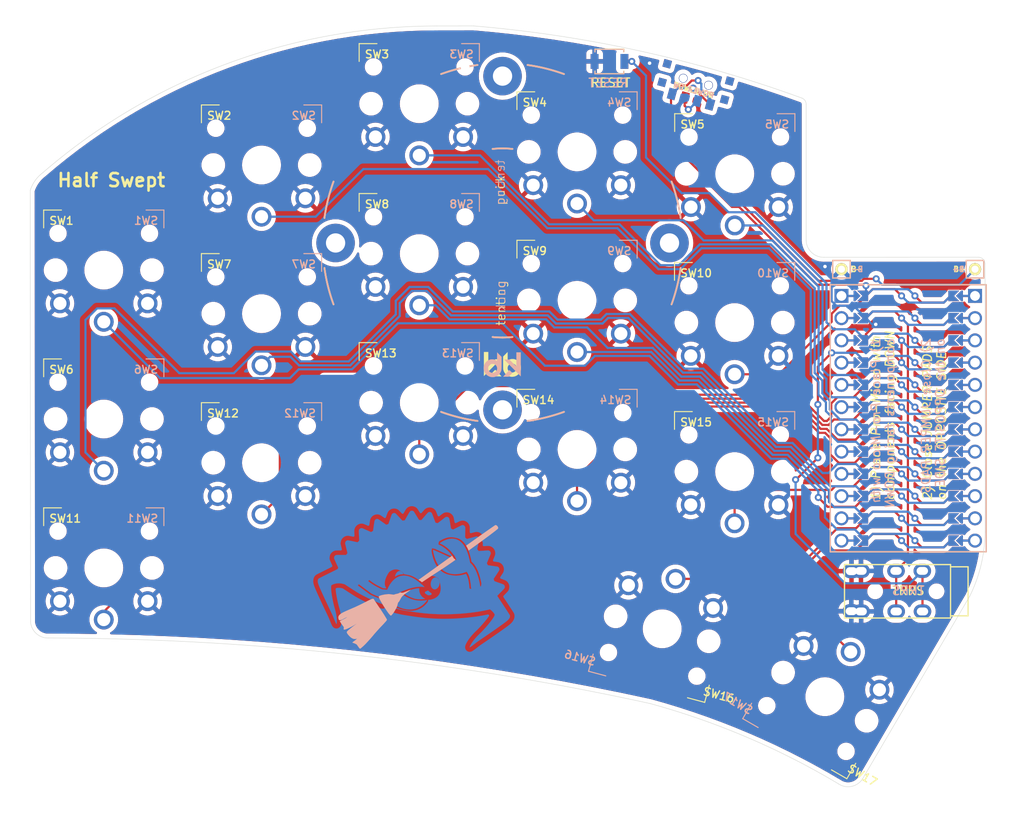
<source format=kicad_pcb>
(kicad_pcb (version 20211014) (generator pcbnew)
  (layers (0 "F.Cu" signal) (31 "B.Cu" signal) (34 "B.Paste" user) (35 "F.Paste" user) (36 "B.SilkS" user "B.Silkscreen") (37 "F.SilkS" user "F.Silkscreen") (38 "B.Mask" user) (39 "F.Mask" user) (44 "Edge.Cuts" user))
  (net 0 "")
  (net 1 "gnd")
  (net 2 "vcc")
  (net 3 "Switch18")
  (net 4 "reset")
  (net 5 "Switch1")
  (net 6 "Switch2")
  (net 7 "Switch3")
  (net 8 "Switch4")
  (net 9 "Switch5")
  (net 10 "Switch6")
  (net 11 "Switch7")
  (net 12 "Switch8")
  (net 13 "Switch9")
  (net 14 "Switch10")
  (net 15 "Switch11")
  (net 16 "Switch12")
  (net 17 "Switch13")
  (net 18 "Switch14")
  (net 19 "Switch15")
  (net 20 "Switch16")
  (net 21 "Switch17")
  (net 22 "raw")
  (net 23 "BT+_r")
  (net 24 "Net-(SW_POWERR1-Pad1)")
  (footprint "kbd:1pin_conn" (layer "F.Cu") (at 126.492 45.974)
    (fp_text reference "B+")
    (fp_text value "MountingHole_Pad" hide)
  )
  (footprint "kbd:1pin_conn" (layer "F.Cu") (at 111.252 45.974)
    (fp_text reference "B-")
    (fp_text value "MountingHole_Pad" hide)
  )
  (footprint "Kailh:TRRS-PJ-DPB2" (layer "F.Cu") (at 123.698 82.75 -90)
    (fp_text reference "J2")
    (fp_text value "AudioJack4dpb" hide)
  )
  (footprint "* duckyb-collection:SW_PG1350_rev_DPB" (layer "F.Cu") (at 27.08 46.08)
    (fp_text reference "SW1" hide)
    (fp_text value "SW_Push" hide)
  )
  (footprint "* duckyb-collection:SW_PG1350_rev_DPB" (layer "F.Cu") (at 45.08 34.08)
    (fp_text reference "SW2" hide)
    (fp_text value "SW_Push" hide)
  )
  (footprint "* duckyb-collection:SW_PG1350_rev_DPB" (layer "F.Cu") (at 63.08 27.08)
    (fp_text reference "SW3" hide)
    (fp_text value "SW_Push" hide)
  )
  (footprint "* duckyb-collection:SW_PG1350_rev_DPB" (layer "F.Cu") (at 81.08 32.58)
    (fp_text reference "SW4" hide)
    (fp_text value "SW_Push" hide)
  )
  (footprint "* duckyb-collection:SW_PG1350_rev_DPB" (layer "F.Cu") (at 99.08 35.08)
    (fp_text reference "SW5" hide)
    (fp_text value "SW_Push" hide)
  )
  (footprint "* duckyb-collection:SW_PG1350_rev_DPB" (layer "F.Cu") (at 27.08 63.08)
    (fp_text reference "SW6" hide)
    (fp_text value "SW_Push" hide)
  )
  (footprint "* duckyb-collection:SW_PG1350_rev_DPB" (layer "F.Cu") (at 45.08 51.054)
    (fp_text reference "SW7" hide)
    (fp_text value "SW_Push" hide)
  )
  (footprint "* duckyb-collection:SW_PG1350_rev_DPB" (layer "F.Cu") (at 63.08 44.196)
    (fp_text reference "SW8" hide)
    (fp_text value "SW_Push" hide)
  )
  (footprint "* duckyb-collection:SW_PG1350_rev_DPB" (layer "F.Cu") (at 81.08 49.53)
    (fp_text reference "SW9" hide)
    (fp_text value "SW_Push" hide)
  )
  (footprint "* duckyb-collection:SW_PG1350_rev_DPB" (layer "F.Cu") (at 99.06 52.07)
    (fp_text reference "SW10" hide)
    (fp_text value "SW_Push" hide)
  )
  (footprint "* duckyb-collection:SW_PG1350_rev_DPB" (layer "F.Cu") (at 27.08 80.08)
    (fp_text reference "SW11" hide)
    (fp_text value "SW_Push" hide)
  )
  (footprint "* duckyb-collection:SW_PG1350_rev_DPB" (layer "F.Cu") (at 45.08 68.072)
    (fp_text reference "SW12" hide)
    (fp_text value "SW_Push" hide)
  )
  (footprint "* duckyb-collection:SW_PG1350_rev_DPB" (layer "F.Cu") (at 63.08 61.214)
    (fp_text reference "SW13" hide)
    (fp_text value "SW_Push" hide)
  )
  (footprint "* duckyb-collection:SW_PG1350_rev_DPB" (layer "F.Cu") (at 81.08 66.548)
    (fp_text reference "SW14" hide)
    (fp_text value "SW_Push" hide)
  )
  (footprint "* duckyb-collection:SW_PG1350_rev_DPB" (layer "F.Cu") (at 99.06 69.088)
    (fp_text reference "SW15" hide)
    (fp_text value "SW_Push" hide)
  )
  (footprint "* duckyb-collection:SW_PG1350_rev_DPB" (layer "F.Cu") (at 109.356 94.78 150)
    (fp_text reference "SW17" hide)
    (fp_text value "SW_Push" hide)
  )
  (footprint "* duckyb-collection:SW_PG1350_rev_DPB" (layer "F.Cu") (at 90.796 87.03 165)
    (fp_text reference "SW16" hide)
    (fp_text value "SW_Push" hide)
  )
  (footprint "* duckyb-collection:ProMicro_jumpers_facedown" (layer "F.Cu") (at 118.872 62.992 -90)
    (fp_text reference "U1" hide)
    (fp_text value "ProMicro-kbd" hide)
  )
  (footprint "kbd:Tenting_Puck2" (layer "F.Cu") (at 72.58 42.98)
    (fp_text reference "REF**")
    (fp_text value "Tenting Puck")
  )
  (footprint "Kailh:SPDT_C128955" (layer "F.Cu") (at 94.6404 24.570573 -15.5)
    (fp_text reference "POWER SW")
    (fp_text value "SW_SPDT")
  )
  (footprint "* duckyb-collection:Tactile-Switch_SMT" (layer "F.Cu") (at 84.7852 22.2504)
    (fp_text reference "RSW2" hide)
    (fp_text value "SW_Push")
  )
  (footprint "Kailh:ferris_broom" (layer "B.Cu") (at 64.008 82.042 170)
    (fp_text reference "G***" hide)
    (fp_text value "LOGO" hide)
  )
  (gr_arc (start 126.885 44.612) (mid 127.41533 44.83167) (end 127.635 45.362) (layer "Edge.Cuts") (width 0.05))
  (gr_line (start 18.690055 36.976702) (end 18.730254 86.245024) (layer "Edge.Cuts") (width 0.05))
  (gr_arc (start 106.78729 26.456889) (mid 107.104079 26.733645) (end 107.222045 27.137419) (layer "Edge.Cuts") (width 0.05))
  (gr_arc (start 89.409134 95.561946) (mid 100.486488 99.421597) (end 110.938 104.748) (layer "Edge.Cuts") (width 0.05))
  (gr_arc (start 18.690055 36.976702) (mid 19.246929 35.858882) (end 20.117 34.963) (layer "Edge.Cuts") (width 0.05))
  (gr_arc (start 109.257002 44.614917) (mid 107.844534 44.065716) (end 107.222001 42.683999) (layer "Edge.Cuts") (width 0.05))
  (gr_arc (start 69.291777 18.200679) (mid 88.315879 21.073764) (end 106.78729 26.456889) (layer "Edge.Cuts") (width 0.05))
  (gr_arc (start 113.67 104.149265) (mid 112.428995 105.01898) (end 110.938 104.748) (layer "Edge.Cuts") (width 0.05))
  (gr_arc (start 20.768 88.081119) (mid 55.288442 89.987554) (end 89.409134 95.561946) (layer "Edge.Cuts") (width 0.05))
  (gr_arc (start 20.768 88.081119) (mid 19.380573 87.572102) (end 18.730254 86.245024) (layer "Edge.Cuts") (width 0.05))
  (gr_line (start 127.635 45.362) (end 127.635 62.484) (layer "Edge.Cuts") (width 0.05))
  (gr_line (start 107.222001 42.683999) (end 107.222045 27.137419) (layer "Edge.Cuts") (width 0.05))
  (gr_line (start 109.257002 44.614917) (end 126.885 44.612) (layer "Edge.Cuts") (width 0.05))
  (gr_arc (start 20.117 34.963) (mid 41.093524 22.531455) (end 65.090389 18.206139) (layer "Edge.Cuts") (width 0.05))
  (gr_line (start 125.888304 83.312) (end 113.67 104.149265) (layer "Edge.Cuts") (width 0.05))
  (gr_arc (start 127.635 75.98785) (mid 127.177913 79.749197) (end 125.888304 83.312) (layer "Edge.Cuts") (width 0.05))
  (gr_line (start 69.291777 18.200679) (end 65.090389 18.206139) (layer "Edge.Cuts") (width 0.05))
  (gr_line (start 127.635 62.484) (end 127.647 69.85) (layer "Edge.Cuts") (width 0.05))
  (gr_line (start 127.647 69.85) (end 127.635 75.98785) (layer "Edge.Cuts") (width 0.05))
  (gr_text "B-" (at 113.03 45.974) (layer "B.SilkS") (effects (font (size 0.6 0.6)) (justify mirror)))
  (gr_text "2) Close JUMPER PADS\non the OPPOSITE SIDE" (at 121.7168 53.7464 90) (layer "B.SilkS") (effects (font (size 1 1) (thickness 0.15) italic) (justify left mirror)))
  (gr_text "1) Place Pro-Micro with\ncomponents facing DOWN" (at 115.9764 53.7464 90) (layer "B.SilkS") (effects (font (size 1 1) (thickness 0.15) italic) (justify left mirror)))
  (gr_text "B+" (at 124.587 45.974) (layer "B.SilkS") (effects (font (size 0.6 0.6)) (justify mirror)))
  (gr_text "1) Place Pro-Micro with\ncomponents facing DOWN" (at 115.9764 72.4408 90) (layer "F.SilkS") (effects (font (size 1 1) (thickness 0.15) italic) (justify left)))
  (gr_text "Half Swept" (at 27.94 35.814) (layer "F.SilkS") (effects (font (size 1.5 1.5) (thickness 0.3))))
  (gr_text "2) Close JUMPER PADS\non the OPPOSITE SIDE" (at 121.8692 72.4408 90) (layer "F.SilkS") (effects (font (size 1 1) (thickness 0.15) italic) (justify left)))
  (gr_text "TRRS" (at 118.872 82.677) (layer "F.SilkS") (effects (font (size 1 1))))
  (segment (start 114.046 53.3908) (end 115.1636 52.2732) (width 0.25) (layer "F.Cu") (net 1))
  (segment (start 118.11 56.642) (end 118.11 54.102) (width 0.25) (layer "F.Cu") (net 1))
  (segment (start 114.046 54.102) (end 114.046 53.3908) (width 0.25) (layer "F.Cu") (net 1))
  (via (at 115.1636 52.2732) (size 0.8) (drill 0.4) (layers "F.Cu" "B.Cu") (net 1))
  (via (at 109.3724 45.6692) (size 0.8) (drill 0.4) (layers "F.Cu" "B.Cu") (net 1))
  (via (at 89.3572 22.4536) (size 0.8) (drill 0.4) (layers "F.Cu" "B.Cu") (net 1))
  (segment (start 112.630511 50.146511) (end 110.661711 50.146511) (width 0.25) (layer "B.Cu") (net 1))
  (segment (start 110.127489 47.098511) (end 111.252 45.974) (width 0.25) (layer "B.Cu") (net 1))
  (segment (start 114.7572 52.2732) (end 114.046 51.562) (width 0.25) (layer "B.Cu") (net 1))
  (segment (start 110.661711 50.146511) (end 110.127489 49.612289) (width 0.25) (layer "B.Cu") (net 1))
  (segment (start 114.046 51.562) (end 112.630511 50.146511) (width 0.25) (layer "B.Cu") (net 1))
  (segment (start 115.1636 52.2732) (end 114.7572 52.2732) (width 0.25) (layer "B.Cu") (net 1))
  (segment (start 110.127489 49.612289) (end 110.127489 47.098511) (width 0.25) (layer "B.Cu") (net 1))
  (segment (start 120.498 85.05) (end 120.498 80.44) (width 0.25) (layer "F.Cu") (net 2))
  (segment (start 108.5596 57.0992) (end 108.5596 61.4172) (width 0.25) (layer "F.Cu") (net 2))
  (segment (start 106.0196 70.0024) (end 106.0704 70.0024) (width 0.25) (layer "F.Cu") (net 2))
  (segment (start 106.0704 70.0024) (end 108.5596 67.5132) (width 0.25) (layer "F.Cu") (net 2))
  (segment (start 120.498 80.44) (end 120.478 80.42) (width 0.25) (layer "F.Cu") (net 2))
  (segment (start 110.1344 55.5244) (end 108.5596 57.0992) (width 0.25) (layer "F.Cu") (net 2))
  (via (at 106.0196 70.0024) (size 0.8) (drill 0.4) (layers "F.Cu" "B.Cu") (net 2))
  (via (at 110.1344 55.5244) (size 0.8) (drill 0.4) (layers "F.Cu" "B.Cu") (net 2))
  (via (at 108.5596 67.5132) (size 0.8) (drill 0.4) (layers "F.Cu" "B.Cu") (net 2))
  (via (at 108.5596 61.4172) (size 0.8) (drill 0.4) (layers "F.Cu" "B.Cu") (net 2))
  (segment (start 108.5596 67.5132) (end 108.5596 61.4172) (width 0.25) (layer "B.Cu") (net 2))
  (segment (start 111.6584 81.8388) (end 119.0592 81.8388) (width 0.25) (layer "B.Cu") (net 2))
  (segment (start 110.141311 55.517489) (end 112.921489 55.517489) (width 0.25) (layer "B.Cu") (net 2))
  (segment (start 112.921489 55.517489) (end 114.046 56.642) (width 0.25) (layer "B.Cu") (net 2))
  (segment (start 119.0592 81.8388) (end 120.478 80.42) (width 0.25) (layer "B.Cu") (net 2))
  (segment (start 106.0196 70.0024) (end 106.0196 76.2) (width 0.25) (layer "B.Cu") (net 2))
  (segment (start 110.1344 55.5244) (end 110.141311 55.517489) (width 0.25) (layer "B.Cu") (net 2))
  (segment (start 106.0196 76.2) (end 111.6584 81.8388) (width 0.25) (layer "B.Cu") (net 2))
  (segment (start 118.11 51.562) (end 118.834511 52.286511) (width 0.25) (layer "F.Cu") (net 3))
  (segment (start 118.834511 52.286511) (end 118.834511 79.063489) (width 0.25) (layer "F.Cu") (net 3))
  (segment (start 117.498 80.44) (end 117.478 80.42) (width 0.25) (layer "F.Cu") (net 3))
  (segment (start 118.834511 79.063489) (end 117.478 80.42) (width 0.25) (layer "F.Cu") (net 3))
  (segment (start 117.498 85.05) (end 117.498 80.44) (width 0.25) (layer "F.Cu") (net 3))
  (segment (start 87.3252 22.2504) (end 86.4852 22.2504) (width 0.25) (layer "F.Cu") (net 4))
  (via (at 87.3252 22.2504) (size 0.8) (drill 0.4) (layers "F.Cu" "B.Cu") (net 4))
  (segment (start 86.4852 22.2504) (end 87.3252 22.2504) (width 0.25) (layer "B.Cu") (net 4))
  (segment (start 87.3252 22.2504) (end 88.9508 23.876) (width 0.25) (layer "B.Cu") (net 4))
  (segment (start 88.9508 33.217792) (end 93.020208 37.2872) (width 0.25) (layer "B.Cu") (net 4))
  (segment (start 88.9508 23.876) (end 88.9508 33.217792) (width 0.25) (layer "B.Cu") (net 4))
  (segment (start 96.172452 37.2872) (end 98.356852 39.4716) (width 0.25) (layer "B.Cu") (net 4))
  (segment (start 109.54488 52.03928) (end 110.3376 52.832) (width 0.25) (layer "B.Cu") (net 4))
  (segment (start 93.020208 37.2872) (end 96.172452 37.2872) (width 0.25) (layer "B.Cu") (net 4))
  (segment (start 109.54488 47.593566) (end 109.54488 52.03928) (width 0.25) (layer "B.Cu") (net 4))
  (segment (start 98.356852 39.4716) (end 101.422914 39.4716) (width 0.25) (layer "B.Cu") (net 4))
  (segment (start 101.422914 39.4716) (end 109.54488 47.593566) (width 0.25) (layer "B.Cu") (net 4))
  (segment (start 110.3376 52.832) (end 112.776 52.832) (width 0.25) (layer "B.Cu") (net 4))
  (segment (start 112.776 52.832) (end 114.046 54.102) (width 0.25) (layer "B.Cu") (net 4))
  (segment (start 108.6104 72.0344) (end 109.6772 73.1012) (width 0.25) (layer "F.Cu") (net 5))
  (segment (start 112.8268 73.1012) (end 114.046 71.882) (width 0.25) (layer "F.Cu") (net 5))
  (segment (start 109.6772 73.1012) (end 112.8268 73.1012) (width 0.25) (layer "F.Cu") (net 5))
  (via (at 108.6104 72.0344) (size 0.8) (drill 0.4) (layers "F.Cu" "B.Cu") (net 5))
  (segment (start 108.6104 71.299954) (end 104.925246 67.6148) (width 0.25) (layer "B.Cu") (net 5))
  (segment (start 60.653557 52.14856) (end 55.398597 57.40352) (width 0.25) (layer "B.Cu") (net 5))
  (segment (start 49.32728 57.40352) (end 48.321289 58.409511) (width 0.25) (layer "B.Cu") (net 5))
  (segment (start 103.2256 67.6148) (end 94.742 59.1312) (width 0.25) (layer "B.Cu") (net 5))
  (segment (start 81.9912 56.9976) (end 77.4192 56.9976) (width 0.25) (layer "B.Cu") (net 5))
  (segment (start 83.10928 55.87952) (end 81.9912 56.9976) (width 0.25) (layer "B.Cu") (net 5))
  (segment (start 72.57016 52.14856) (end 60.653557 52.14856) (width 0.25) (layer "B.Cu") (net 5))
  (segment (start 48.321289 58.409511) (end 33.509511 58.409511) (width 0.25) (layer "B.Cu") (net 5))
  (segment (start 108.6104 72.0344) (end 108.6104 71.299954) (width 0.25) (layer "B.Cu") (net 5))
  (segment (start 94.742 59.1312) (end 92.6084 59.1312) (width 0.25) (layer "B.Cu") (net 5))
  (segment (start 55.398597 57.40352) (end 49.32728 57.40352) (width 0.25) (layer "B.Cu") (net 5))
  (segment (start 92.6084 59.1312) (end 89.35672 55.87952) (width 0.25) (layer "B.Cu") (net 5))
  (segment (start 77.4192 56.9976) (end 72.57016 52.14856) (width 0.25) (layer "B.Cu") (net 5))
  (segment (start 33.509511 58.409511) (end 27.08 51.98) (width 0.25) (layer "B.Cu") (net 5))
  (segment (start 89.35672 55.87952) (end 83.10928 55.87952) (width 0.25) (layer "B.Cu") (net 5))
  (segment (start 104.925246 67.6148) (end 103.2256 67.6148) (width 0.25) (layer "B.Cu") (net 5))
  (segment (start 108.62576 60.316396) (end 109.48168 61.172316) (width 0.25) (layer "B.Cu") (net 6))
  (segment (start 108.62576 58.869314) (end 108.62576 60.316396) (width 0.25) (layer "B.Cu") (net 6))
  (segment (start 95.276118 43.5864) (end 102.994846 43.5864) (width 0.25) (layer "B.Cu") (net 6))
  (segment (start 85.69192 41.29272) (end 90.36552 45.96632) (width 0.25) (layer "B.Cu") (net 6))
  (segment (start 110.0328 64.8716) (end 110.838689 65.677489) (width 0.25) (layer "B.Cu") (net 6))
  (segment (start 110.838689 65.677489) (end 112.921489 65.677489) (width 0.25) (layer "B.Cu") (net 6))
  (segment (start 109.48168 62.177698) (end 110.0328 62.728818) (width 0.25) (layer "B.Cu") (net 6))
  (segment (start 90.36552 45.96632) (end 92.896198 45.96632) (width 0.25) (layer "B.Cu") (net 6))
  (segment (start 70.941483 34.544) (end 77.690203 41.29272) (width 0.25) (layer "B.Cu") (net 6))
  (segment (start 110.0328 62.728818) (end 110.0328 64.8716) (width 0.25) (layer "B.Cu") (net 6))
  (segment (start 102.994846 43.5864) (end 107.7468 48.338354) (width 0.25) (layer "B.Cu") (net 6))
  (segment (start 45.08 39.98) (end 51.2568 39.98) (width 0.25) (layer "B.Cu") (net 6))
  (segment (start 109.48168 61.172316) (end 109.48168 62.177698) (width 0.25) (layer "B.Cu") (net 6))
  (segment (start 51.2568 39.98) (end 56.6928 34.544) (width 0.25) (layer "B.Cu") (net 6))
  (segment (start 112.921489 65.677489) (end 114.046 66.802) (width 0.25) (layer "B.Cu") (net 6))
  (segment (start 107.7468 57.990354) (end 108.62576 58.869314) (width 0.25) (layer "B.Cu") (net 6))
  (segment (start 92.896198 45.96632) (end 95.276118 43.5864) (width 0.25) (layer "B.Cu") (net 6))
  (segment (start 56.6928 34.544) (end 70.941483 34.544) (width 0.25) (layer "B.Cu") (net 6))
  (segment (start 107.7468 48.338354) (end 107.7468 57.990354) (width 0.25) (layer "B.Cu") (net 6))
  (segment (start 77.690203 41.29272) (end 85.69192 41.29272) (width 0.25) (layer "B.Cu") (net 6))
  (segment (start 103.181044 43.13688) (end 108.19632 48.152156) (width 0.25) (layer "B.Cu") (net 7))
  (segment (start 92.71 45.5168) (end 95.089921 43.13688) (width 0.25) (layer "B.Cu") (net 7))
  (segment (start 63.08 32.98) (end 70.0132 32.98) (width 0.25) (layer "B.Cu") (net 7))
  (segment (start 95.089921 43.13688) (end 103.181044 43.13688) (width 0.25) (layer "B.Cu") (net 7))
  (segment (start 109.9312 61.9915) (end 111.077189 63.137489) (width 0.25) (layer "B.Cu") (net 7))
  (segment (start 112.921489 63.137489) (end 114.046 64.262) (width 0.25) (layer "B.Cu") (net 7))
  (segment (start 90.596601 45.5168) (end 92.71 45.5168) (width 0.25) (layer "B.Cu") (net 7))
  (segment (start 85.923001 40.8432) (end 90.596601 45.5168) (width 0.25) (layer "B.Cu") (net 7))
  (segment (start 108.19632 57.804156) (end 109.07528 58.683116) (width 0.25) (layer "B.Cu") (net 7))
  (segment (start 109.9312 60.986118) (end 109.9312 61.9915) (width 0.25) (layer "B.Cu") (net 7))
  (segment (start 70.0132 32.98) (end 77.8764 40.8432) (width 0.25) (layer "B.Cu") (net 7))
  (segment (start 108.19632 48.152156) (end 108.19632 57.804156) (width 0.25) (layer "B.Cu") (net 7))
  (segment (start 109.07528 58.683116) (end 109.07528 60.130198) (width 0.25) (layer "B.Cu") (net 7))
  (segment (start 77.8764 40.8432) (end 85.923001 40.8432) (width 0.25) (layer "B.Cu") (net 7))
  (segment (start 109.07528 60.130198) (end 109.9312 60.986118) (width 0.25) (layer "B.Cu") (net 7))
  (segment (start 111.077189 63.137489) (end 112.921489 63.137489) (width 0.25) (layer "B.Cu") (net 7))
  (segment (start 109.5248 58.496918) (end 109.5248 59.944) (width 0.25) (layer "B.Cu") (net 8))
  (segment (start 108.64584 47.965958) (end 108.64584 57.617958) (width 0.25) (layer "B.Cu") (net 8))
  (segment (start 108.64584 57.617958) (end 109.5248 58.496918) (width 0.25) (layer "B.Cu") (net 8))
  (segment (start 110.178289 60.597489) (end 112.921489 60.597489) (width 0.25) (layer "B.Cu") (net 8))
  (segment (start 109.5248 59.944) (end 110.178289 60.597489) (width 0.25) (layer "B.Cu") (net 8))
  (segment (start 103.367242 42.68736) (end 108.64584 47.965958) (width 0.25) (layer "B.Cu") (net 8))
  (segment (start 95.51936 42.68736) (end 103.367242 42.68736) (width 0.25) (layer "B.Cu") (net 8))
  (segment (start 81.08 38.48) (end 82.986 40.386) (width 0.25) (layer "B.Cu") (net 8))
  (segment (start 82.986 40.386) (end 93.218 40.386) (width 0.25) (layer "B.Cu") (net 8))
  (segment (start 93.218 40.386) (end 95.51936 42.68736) (width 0.25) (layer "B.Cu") (net 8))
  (segment (start 112.921489 60.597489) (end 114.046 61.722) (width 0.25) (layer "B.Cu") (net 8))
  (segment (start 102.2956 40.98) (end 109.09536 47.779763) (width 0.25) (layer "B.Cu") (net 9))
  (segment (start 109.728 58.0644) (end 110.7793 58.0644) (width 0.25) (layer "B.Cu") (net 9))
  (segment (start 110.7793 58.0644) (end 110.786211 58.057489) (width 0.25) (layer "B.Cu") (net 9))
  (segment (start 110.786211 58.057489) (end 112.921489 58.057489) (width 0.25) (layer "B.Cu") (net 9))
  (segment (start 109.09536 57.43176) (end 109.728 58.0644) (width 0.25) (layer "B.Cu") (net 9))
  (segment (start 99.08 40.98) (end 102.2956 40.98) (width 0.25) (layer "B.Cu") (net 9))
  (segment (start 112.921489 58.057489) (end 114.046 59.182) (width 0.25) (layer "B.Cu") (net 9))
  (segment (start 109.09536 47.779763) (end 109.09536 57.43176) (width 0.25) (layer "B.Cu") (net 9))
  (segment (start 103.970392 65.81672) (end 105.670037 65.81672) (width 0.25) (layer "B.Cu") (net 10))
  (segment (start 105.933359 66.080043) (end 109.093716 69.2404) (width 0.25) (layer "B.Cu") (net 10))
  (segment (start 109.093716 69.2404) (end 109.7633 69.2404) (width 0.25) (layer "B.Cu") (net 10))
  (segment (start 24.990979 66.890979) (end 24.990979 51.767821) (width 0.25) (layer "B.Cu") (net 10))
  (segment (start 66.9036 50.8) (end 77.9272 50.8) (width 0.25) (layer "B.Cu") (net 10))
  (segment (start 41.926209 57.844991) (end 44.3992 55.372) (width 0.25) (layer "B.Cu") (net 10))
  (segment (start 87.373843 51.353772) (end 93.353192 57.33312) (width 0.25) (layer "B.Cu") (net 10))
  (segment (start 105.670037 65.81672) (end 105.933359 66.080043) (width 0.25) (layer "B.Cu") (net 10))
  (segment (start 78.85696 51.72976) (end 83.80464 51.72976) (width 0.25) (layer "B.Cu") (net 10))
  (segment (start 110.786211 68.217489) (end 112.921489 68.217489) (width 0.25) (layer "B.Cu") (net 10))
  (segment (start 95.486792 57.33312) (end 103.970392 65.81672) (width 0.25) (layer "B.Cu") (net 10))
  (segment (start 55.026202 56.50448) (end 60.4012 51.129482) (width 0.25) (layer "B.Cu") (net 10))
  (segment (start 64.1096 48.006) (end 66.9036 50.8) (width 0.25) (layer "B.Cu") (net 10))
  (segment (start 84.443951 51.090449) (end 87.110521 51.090449) (width 0.25) (layer "B.Cu") (net 10))
  (segment (start 48.4124 55.372) (end 49.54488 56.50448) (width 0.25) (layer "B.Cu") (net 10))
  (segment (start 109.7633 69.2404) (end 110.786211 68.217489) (width 0.25) (layer "B.Cu") (net 10))
  (segment (start 61.976 48.006) (end 64.1096 48.006) (width 0.25) (layer "B.Cu") (net 10))
  (segment (start 87.110521 51.090449) (end 87.373843 51.353772) (width 0.25) (layer "B.Cu") (net 10))
  (segment (start 60.4012 49.5808) (end 61.976 48.006) (width 0.25) (layer "B.Cu") (net 10))
  (segment (start 28.2956 50.4444) (end 35.696191 57.844991) (width 0.25) (layer "B.Cu") (net 10))
  (segment (start 93.353192 57.33312) (end 95.486792 57.33312) (width 0.25) (layer "B.Cu") (net 10))
  (segment (start 83.80464 51.72976) (end 84.443951 51.090449) (width 0.25) (layer "B.Cu") (net 10))
  (segment (start 49.54488 56.50448) (end 55.026202 56.50448) (width 0.25) (layer "B.Cu") (net 10))
  (segment (start 27.08 68.98) (end 24.990979 66.890979) (width 0.25) (layer "B.Cu") (net 10))
  (segment (start 35.696191 57.844991) (end 41.926209 57.844991) (width 0.25) (layer "B.Cu") (net 10))
  (segment (start 77.9272 50.8) (end 78.85696 51.72976) (width 0.25) (layer "B.Cu") (net 10))
  (segment (start 26.3144 50.4444) (end 28.2956 50.4444) (width 0.25) (layer "B.Cu") (net 10))
  (segment (start 24.990979 51.767821) (end 26.3144 50.4444) (width 0.25) (layer "B.Cu") (net 10))
  (segment (start 44.3992 55.372) (end 48.4124 55.372) (width 0.25) (layer "B.Cu") (net 10))
  (segment (start 60.4012 51.129482) (end 60.4012 49.5808) (width 0.25) (layer "B.Cu") (net 10))
  (segment (start 112.921489 68.217489) (end 114.046 69.342) (width 0.25) (layer "B.Cu") (net 10))
  (segment (start 103.784194 66.26624) (end 105.483839 66.26624) (width 0.25) (layer "B.Cu") (net 11))
  (segment (start 86.924323 51.539969) (end 93.166994 57.78264) (width 0.25) (layer "B.Cu") (net 11))
  (segment (start 93.166994 57.78264) (end 95.300594 57.78264) (width 0.25) (layer "B.Cu") (net 11))
  (segment (start 95.300594 57.78264) (end 103.784194 66.26624) (width 0.25) (layer "B.Cu") (net 11))
  (segment (start 109.975089 70.757489) (end 112.921489 70.757489) (width 0.25) (layer "B.Cu") (net 11))
  (segment (start 112.921489 70.757489) (end 114.046 71.882) (width 0.25) (layer "B.Cu") (net 11))
  (segment (start 60.85072 49.84248) (end 62.23768 48.45552) (width 0.25) (layer "B.Cu") (net 11))
  (segment (start 48.378602 55.97392) (end 49.358683 56.954) (width 0.25) (layer "B.Cu") (net 11))
  (segment (start 46.06008 55.97392) (end 48.378602 55.97392) (width 0.25) (layer "B.Cu") (net 11))
  (segment (start 62.23768 48.45552) (end 63.923403 48.45552) (width 0.25) (layer "B.Cu") (net 11))
  (segment (start 60.85072 51.315679) (end 60.85072 49.84248) (width 0.25) (layer "B.Cu") (net 11))
  (segment (start 45.08 56.954) (end 46.06008 55.97392) (width 0.25) (layer "B.Cu") (net 11))
  (segment (start 66.717403 51.24952) (end 77.741002 51.24952) (width 0.25) (layer "B.Cu") (net 11))
  (segment (start 84.630149 51.539969) (end 86.924323 51.539969) (width 0.25) (layer "B.Cu") (net 11))
  (segment (start 78.670762 52.17928) (end 83.990838 52.17928) (width 0.25) (layer "B.Cu") (net 11))
  (segment (start 105.483839 66.26624) (end 109.975089 70.757489) (width 0.25) (layer "B.Cu") (net 11))
  (segment (start 63.923403 48.45552) (end 66.717403 51.24952) (width 0.25) (layer "B.Cu") (net 11))
  (segment (start 55.2124 56.954) (end 60.85072 51.315679) (width 0.25) (layer "B.Cu") (net 11))
  (segment (start 49.358683 56.954) (end 55.2124 56.954) (width 0.25) (layer "B.Cu") (net 11))
  (segment (start 77.741002 51.24952) (end 78.670762 52.17928) (width 0.25) (layer "B.Cu") (net 11))
  (segment (start 83.990838 52.17928) (end 84.630149 51.539969) (width 0.25) (layer "B.Cu") (net 11))
  (segment (start 84.582 54.9656) (end 89.714236 54.9656) (width 0.25) (layer "B.Cu") (net 12))
  (segment (start 109.82192 71.240039) (end 109.82192 72.53472) (width 0.25) (layer "B.Cu") (net 12))
  (segment (start 64.928165 50.096) (end 66.531206 51.69904) (width 0.25) (layer "B.Cu") (net 12))
  (segment (start 109.82192 72.53472) (end 110.4392 73.152) (width 0.25) (layer "B.Cu") (net 12))
  (segment (start 89.714236 54.9656) (end 92.980796 58.23216) (width 0.25) (layer "B.Cu") (net 12))
  (segment (start 63.08 50.096) (end 64.928165 50.096) (width 0.25) (layer "B.Cu") (net 12))
  (segment (start 103.597996 66.71576) (end 105.297641 66.71576) (width 0.25) (layer "B.Cu") (net 12))
  (segment (start 95.114396 58.23216) (end 103.597996 66.71576) (width 0.25) (layer "B.Cu") (net 12))
  (segment (start 82.2452 52.6288) (end 84.582 54.9656) (width 0.25) (layer "B.Cu") (net 12))
  (segment (start 66.531206 51.69904) (end 77.554804 51.69904) (width 0.25) (layer "B.Cu") (net 12))
  (segment (start 92.980796 58.23216) (end 95.114396 58.23216) (width 0.25) (layer "B.Cu") (net 12))
  (segment (start 112.776 73.152) (end 114.046 74.422) (width 0.25) (layer "B.Cu") (net 12))
  (segment (start 78.484565 52.6288) (end 82.2452 52.6288) (width 0.25) (layer "B.Cu") (net 12))
  (segment (start 110.4392 73.152) (end 112.776 73.152) (width 0.25) (layer "B.Cu") (net 12))
  (segment (start 105.297641 66.71576) (end 109.82192 71.240039) (width 0.25) (layer "B.Cu") (net 12))
  (segment (start 77.554804 51.69904) (end 78.484565 52.6288) (width 0.25) (layer "B.Cu") (net 12))
  (segment (start 112.776 75.692) (end 114.046 76.962) (width 0.25) (layer "B.Cu") (net 13))
  (segment (start 105.111444 67.16528) (end 109.3724 71.426236) (width 0.25) (layer "B.Cu") (net 13))
  (segment (start 110.744 75.692) (end 112.776 75.692) (width 0.25) (layer "B.Cu") (net 13))
  (segment (start 103.411798 67.16528) (end 105.111444 67.16528) (width 0.25) (layer "B.Cu") (net 13))
  (segment (start 81.08 55.43) (end 89.542918 55.43) (width 0.25) (layer "B.Cu") (net 13))
  (segment (start 89.542918 55.43) (end 92.794598 58.68168) (width 0.25) (layer "B.Cu") (net 13))
  (segment (start 109.3724 71.426236) (end 109.3724 74.3204) (width 0.25) (layer "B.Cu") (net 13))
  (segment (start 94.928198 58.68168) (end 103.411798 67.16528) (width 0.25) (layer "B.Cu") (net 13))
  (segment (start 109.3724 74.3204) (end 110.744 75.692) (width 0.25) (layer "B.Cu") (net 13))
  (segment (start 92.794598 58.68168) (end 94.928198 58.68168) (width 0.25) (layer "B.Cu") (net 13))
  (segment (start 112.921489 50.146511) (end 114.046 49.022) (width 0.25) (layer "F.Cu") (net 14))
  (segment (start 110.127489 51.060911) (end 111.041889 50.146511) (width 0.25) (layer "F.Cu") (net 14))
  (segment (start 104.1328 57.97) (end 110.127489 51.975311) (width 0.25) (layer "F.Cu") (net 14))
  (segment (start 111.041889 50.146511) (end 112.921489 50.146511) (width 0.25) (layer "F.Cu") (net 14))
  (segment (start 110.127489 51.975311) (end 110.127489 51.060911) (width 0.25) (layer "F.Cu") (net 14))
  (segment (start 99.06 57.97) (end 104.1328 57.97) (width 0.25) (layer "F.Cu") (net 14))
  (segment (start 106.257265 60.306511) (end 109.255234 63.30448) (width 0.25) (layer "F.Cu") (net 15))
  (segment (start 30.6324 74.676) (end 41.360819 63.947581) (width 0.25) (layer "F.Cu") (net 15))
  (segment (start 112.630511 60.597489) (end 114.046 59.182) (width 0.25) (layer "F.Cu") (net 15))
  (segment (start 27.08 85.0864) (end 30.6324 81.534) (width 0.25) (layer "F.Cu") (net 15))
  (segment (start 41.360819 63.947581) (end 46.719501 63.947581) (width 0.25) (layer "F.Cu") (net 15))
  (segment (start 110.0836 61.3001) (end 110.786211 60.597489) (width 0.25) (layer "F.Cu") (net 15))
  (segment (start 91.088481 60.306511) (end 106.257265 60.306511) (width 0.25) (layer "F.Cu") (net 15))
  (segment (start 109.255234 63.30448) (end 109.592602 63.30448) (width 0.25) (layer "F.Cu") (net 15))
  (segment (start 109.592602 63.30448) (end 110.0836 62.813482) (width 0.25) (layer "F.Cu") (net 15))
  (segment (start 46.719501 63.947581) (end 52.247082 58.42) (width 0.25) (layer "F.Cu") (net 15))
  (segment (start 30.6324 81.534) (end 30.6324 74.676) (width 0.25) (layer "F.Cu") (net 15))
  (segment (start 110.786211 60.597489) (end 112.630511 60.597489) (width 0.25) (layer "F.Cu") (net 15))
  (segment (start 52.247082 58.42) (end 89.20197 58.42) (width 0.25) (layer "F.Cu") (net 15))
  (segment (start 27.08 85.98) (end 27.08 85.0864) (width 0.25) (layer "F.Cu") (net 15))
  (segment (start 89.20197 58.42) (end 91.088481 60.306511) (width 0.25) (layer "F.Cu") (net 15))
  (segment (start 110.0836 62.813482) (end 110.0836 61.3001) (width 0.25) (layer "F.Cu") (net 15))
  (segment (start 112.630511 63.137489) (end 114.046 61.722) (width 0.25) (layer "F.Cu") (net 16))
  (segment (start 47.1424 71.9096) (end 47.1424 70.161021) (width 0.25) (layer "F.Cu") (net 16))
  (segment (start 52.43328 58.86952) (end 89.015773 58.86952) (width 0.25) (layer "F.Cu") (net 16))
  (segment (start 47.169021 70.161021) (end 47.169021 64.133779) (width 0.25) (layer "F.Cu") (net 16))
  (segment (start 109.7788 63.754) (end 110.395311 63.137489) (width 0.25) (layer "F.Cu") (net 16))
  (segment (start 47.1424 70.161021) (end 47.169021 70.161021) (width 0.25) (layer "F.Cu") (net 16))
  (segment (start 110.395311 63.137489) (end 112.630511 63.137489) (width 0.25) (layer "F.Cu") (net 16))
  (segment (start 47.169021 64.133779) (end 52.43328 58.86952) (width 0.25) (layer "F.Cu") (net 16))
  (segment (start 90.902284 60.756031) (end 106.071067 60.756031) (width 0.25) (layer "F.Cu") (net 16))
  (segment (start 45.08 73.972) (end 47.1424 71.9096) (width 0.25) (layer "F.Cu") (net 16))
  (segment (start 106.071067 60.756031) (end 109.069036 63.754) (width 0.25) (layer "F.Cu") (net 16))
  (segment (start 89.015773 58.86952) (end 90.902284 60.756031) (width 0.25) (layer "F.Cu") (net 16))
  (segment (start 109.069036 63.754) (end 109.7788 63.754) (width 0.25) (layer "F.Cu") (net 16))
  (segment (start 63.08 64.980992) (end 68.741952 59.31904) (width 0.25) (layer "F.Cu") (net 17))
  (segment (start 90.716086 61.205551) (end 105.884869 61.205551) (width 0.25) (layer "F.Cu") (net 17))
  (segment (start 112.8776 65.4304) (end 114.046 64.262) (width 0.25) (layer "F.Cu") (net 17))
  (segment (start 63.08 67.114) (end 63.08 64.980992) (width 0.25) (layer "F.Cu") (net 17))
  (segment (start 110.7948 65.4304) (end 112.8776 65.4304) (width 0.25) (layer "F.Cu") (net 17))
  (segment (start 88.829575 59.31904) (end 90.716086 61.205551) (width 0.25) (layer "F.Cu") (net 17))
  (segment (start 108.882839 64.20352) (end 109.56792 64.20352) (width 0.25) (layer "F.Cu") (net 17))
  (segment (start 109.56792 64.20352) (end 110.7948 65.4304) (width 0.25) (layer "F.Cu") (net 17))
  (segment (start 68.741952 59.31904) (end 88.829575 59.31904) (width 0.25) (layer "F.Cu") (net 17))
  (segment (start 105.884869 61.205551) (end 108.882839 64.20352) (width 0.25) (layer "F.Cu") (net 17))
  (segment (start 89.170129 61.655071) (end 105.698671 61.655071) (width 0.25) (layer "F.Cu") (net 18))
  (segment (start 109.381722 64.65304) (end 109.982 65.253318) (width 0.25) (layer "F.Cu") (net 18))
  (segment (start 109.982 67.1223) (end 110.9317 68.072) (width 0.25) (layer "F.Cu") (net 18))
  (segment (start 108.696642 64.65304) (end 109.381722 64.65304) (width 0.25) (layer "F.Cu") (net 18))
  (segment (start 81.08 69.7452) (end 89.170129 61.655071) (width 0.25) (layer "F.Cu") (net 18))
  (segment (start 109.982 65.253318) (end 109.982 67.1223) (width 0.25) (layer "F.Cu") (net 18))
  (segment (start 105.698671 61.655071) (end 108.696642 64.65304) (width 0.25) (layer "F.Cu") (net 18))
  (segment (start 81.08 72.448) (end 81.08 69.7452) (width 0.25) (layer "F.Cu") (net 18))
  (segment (start 112.776 68.072) (end 114.046 66.802) (width 0.25) (layer "F.Cu") (net 18))
  (segment (start 110.9317 68.072) (end 112.776 68.072) (width 0.25) (layer "F.Cu") (net 18))
  (segment (start 110.12665 71.1708) (end 110.539961 70.757489) (width 0.25) (layer "F.Cu") (net 19))
  (segment (start 99.06 74.988) (end 99.06 72.854992) (width 0.25) (layer "F.Cu") (net 19))
  (segment (start 100.744192 71.1708) (end 110.12665 71.1708) (width 0.25) (layer "F.Cu") (net 19))
  (segment (start 112.630511 70.757489) (end 114.046 69.342) (width 0.25) (layer "F.Cu") (net 19))
  (segment (start 99.06 72.854992) (end 100.744192 71.1708) (width 0.25) (layer "F.Cu") (net 19))
  (segment (start 110.539961 70.757489) (end 112.630511 70.757489) (width 0.25) (layer "F.Cu") (net 19))
  (segment (start 110.786211 75.546511) (end 112.921489 75.546511) (width 0.25) (layer "F.Cu") (net 20))
  (segment (start 112.921489 75.546511) (end 114.046 74.422) (width 0.25) (layer "F.Cu") (net 20))
  (segment (start 105.001684 81.331038) (end 110.786211 75.546511) (width 0.25) (layer "F.Cu") (net 20))
  (segment (start 92.323032 81.331038) (end 105.001684 81.331038) (width 0.25) (layer "F.Cu") (net 20))
  (segment (start 108.881929 78.086511) (end 112.921489 78.086511) (width 0.25) (layer "F.Cu") (net 21))
  (segment (start 105.41 82.77445) (end 105.41 81.55844) (width 0.25) (layer "F.Cu") (net 21))
  (segment (start 105.41 81.55844) (end 108.881929 78.086511) (width 0.25) (layer "F.Cu") (net 21))
  (segment (start 112.921489 78.086511) (end 114.046 76.962) (width 0.25) (layer "F.Cu") (net 21))
  (segment (start 112.306 89.67045) (end 105.41 82.77445) (width 0.25) (layer "F.Cu") (net 21))
  (segment (start 108.458 47.752) (end 99.568 38.862) (width 0.25) (layer "F.Cu") (net 22))
  (segment (start 114.046 47.8536) (end 113.9444 47.752) (width 0.25) (layer "F.Cu") (net 22))
  (segment (start 99.568 38.862) (end 98.7552 38.862) (width 0.25) (layer "F.Cu") (net 22))
  (segment (start 92.888235 24.998297) (end 93.611089 24.998297) (width 0.25) (layer "F.Cu") (net 22))
  (segment (start 113.9444 47.752) (end 108.458 47.752) (width 0.25) (layer "F.Cu") (net 22))
  (segment (start 95.96888 36.07568) (end 95.96888 35.735872) (width 0.25) (layer "F.Cu") (net 22))
  (segment (start 93.611089 24.998297) (end 94.174586 24.4348) (width 0.25) (layer "F.Cu") (net 22))
  (segment (start 91.80328 26.083252) (end 91.917712 25.96882) (width 0.25) (layer "F.Cu") (net 22))
  (segment (start 91.80328 31.570272) (end 91.80328 26.083252) (width 0.25) (layer "F.Cu") (net 22))
  (segment (start 95.96888 35.735872) (end 91.80328 31.570272) (width 0.25) (layer "F.Cu") (net 22))
  (segment (start 98.7552 38.862) (end 95.96888 36.07568) (width 0.25) (layer "F.Cu") (net 22))
  (segment (start 94.174586 24.4348) (end 94.8944 24.4348) (width 0.25) (layer "F.Cu") (net 22))
  (segment (start 91.917712 25.96882) (end 92.888235 24.998297) (width 0.25) (layer "F.Cu") (net 22))
  (via (at 94.8944 24.4348) (size 0.8) (drill 0.4) (layers "F.Cu" "B.Cu") (net 22))
  (via (at 114.046 47.8536) (size 0.8) (drill 0.4) (layers "F.Cu" "B.Cu") (net 22))
  (segment (start 94.8944 24.4348) (end 95.261325 24.801725) (width 0.25) (layer "B.Cu") (net 22))
  (segment (start 114.046 47.8536) (end 114.046 49.022) (width 0.25) (layer "B.Cu") (net 22))
  (segment (start 95.261325 24.801725) (end 95.261325 25.53008) (width 0.25) (layer "B.Cu") (net 22))
  (segment (start 96.254049 26.522804) (end 96.254049 27.171393) (width 0.25) (layer "B.Cu") (net 22))
  (segment (start 95.261325 25.53008) (end 96.254049 26.522804) (width 0.25) (layer "B.Cu") (net 22))
  (segment (start 98.941398 38.41248) (end 96.4184 35.889482) (width 0.25) (layer "F.Cu") (net 23))
  (segment (start 96.4184 35.549674) (end 92.2528 31.384074) (width 0.25) (layer "F.Cu") (net 23))
  (segment (start 115.2144 47.072415) (end 113.802571 47.072415) (width 0.25) (layer "F.Cu") (net 23))
  (segment (start 113.572506 47.30248) (end 108.644198 47.30248) (width 0.25) (layer "F.Cu") (net 23))
  (segment (start 99.754198 38.41248) (end 98.941398 38.41248) (width 0.25) (layer "F.Cu") (net 23))
  (segment (start 92.2528 27.480034) (end 93.363158 26.369676) (width 0.25) (layer "F.Cu") (net 23))
  (segment (start 93.363158 27.323158) (end 93.7768 27.7368) (width 0.25) (layer "F.Cu") (net 23))
  (segment (start 92.2528 31.384074) (end 92.2528 27.480034) (width 0.25) (layer "F.Cu") (net 23))
  (segment (start 108.644198 47.30248) (end 99.754198 38.41248) (width 0.25) (layer "F.Cu") (net 23))
  (segment (start 113.802571 47.072415) (end 113.572506 47.30248) (width 0.25) (layer "F.Cu") (net 23))
  (segment (start 93.363158 26.369676) (end 93.363158 27.323158) (width 0.25) (layer "F.Cu") (net 23))
  (segment (start 96.4184 35.889482) (end 96.4184 35.549674) (width 0.25) (layer "F.Cu") (net 23))
  (via (at 115.2144 47.072415) (size 0.8) (drill 0.4) (layers "F.Cu" "B.Cu") (net 23))
  (via (at 93.7768 27.7368) (size 0.8) (drill 0.4) (layers "F.Cu" "B.Cu") (net 23))
  (segment (start 115.2144 47.072415) (end 115.893985 47.752) (width 0.25) (layer "B.Cu") (net 23))
  (segment (start 124.714 47.752) (end 126.492 45.974) (width 0.25) (layer "B.Cu") (net 23))
  (segment (start 93.7768 27.7368) (end 93.842337 27.7368) (width 0.25) (layer "B.Cu") (net 23))
  (segment (start 93.842337 27.7368) (end 94.808603 26.770534) (width 0.25) (layer "B.Cu") (net 23))
  (segment (start 115.893985 47.752) (end 124.714 47.752) (width 0.25) (layer "B.Cu") (net 23))
  (segment (start 94.381056 25.2984) (end 96.254049 27.171393) (width 0.25) (layer "F.Cu") (net 24))
  (segment (start 94.3356 25.2984) (end 94.381056 25.2984) (width 0.25) (layer "F.Cu") (net 24))
  (via (at 94.3356 25.2984) (size 0.8) (drill 0.4) (layers "F.Cu" "B.Cu") (net 24))
  (segment (start 92.588132 25.2984) (end 94.3356 25.2984) (width 0.25) (layer "B.Cu") (net 24))
  (segment (start 91.917712 25.96882) (end 92.588132 25.2984) (width 0.25) (layer "B.Cu") (net 24))
  (zone (net 1) (net_name "gnd") (layers F&B.Cu) (connect_pads (clearance 0.508)) (min_thickness 0.254) (fill yes (thermal_gap 0.508) (thermal_bridge_width 0.508) (island_removal_mode 1) (island_area_min 0))
    (polygon (pts (xy 15.24 15.24) (xy 132.08 15.24) (xy 132.08 109.22) (xy 15.24 109.22)))
  )
)
</source>
